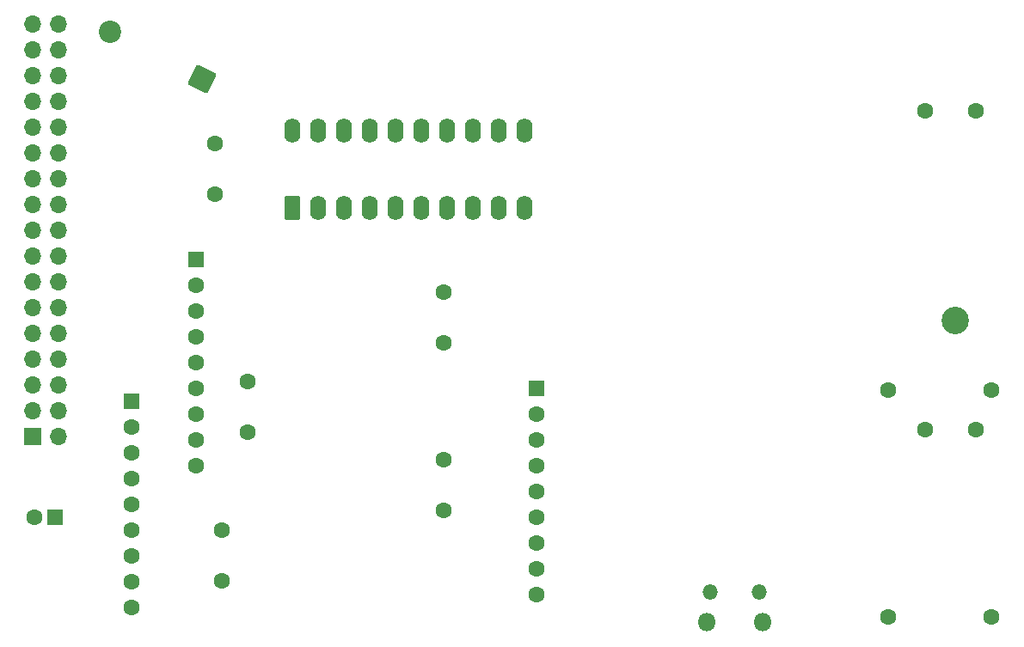
<source format=gbs>
G04 #@! TF.GenerationSoftware,KiCad,Pcbnew,9.0.3*
G04 #@! TF.CreationDate,2025-07-22T08:58:47+01:00*
G04 #@! TF.ProjectId,megaflash,6d656761-666c-4617-9368-2e6b69636164,rev?*
G04 #@! TF.SameCoordinates,Original*
G04 #@! TF.FileFunction,Soldermask,Bot*
G04 #@! TF.FilePolarity,Negative*
%FSLAX46Y46*%
G04 Gerber Fmt 4.6, Leading zero omitted, Abs format (unit mm)*
G04 Created by KiCad (PCBNEW 9.0.3) date 2025-07-22 08:58:47*
%MOMM*%
%LPD*%
G01*
G04 APERTURE LIST*
G04 Aperture macros list*
%AMRoundRect*
0 Rectangle with rounded corners*
0 $1 Rounding radius*
0 $2 $3 $4 $5 $6 $7 $8 $9 X,Y pos of 4 corners*
0 Add a 4 corners polygon primitive as box body*
4,1,4,$2,$3,$4,$5,$6,$7,$8,$9,$2,$3,0*
0 Add four circle primitives for the rounded corners*
1,1,$1+$1,$2,$3*
1,1,$1+$1,$4,$5*
1,1,$1+$1,$6,$7*
1,1,$1+$1,$8,$9*
0 Add four rect primitives between the rounded corners*
20,1,$1+$1,$2,$3,$4,$5,0*
20,1,$1+$1,$4,$5,$6,$7,0*
20,1,$1+$1,$6,$7,$8,$9,0*
20,1,$1+$1,$8,$9,$2,$3,0*%
G04 Aperture macros list end*
%ADD10RoundRect,0.250000X0.550000X0.550000X-0.550000X0.550000X-0.550000X-0.550000X0.550000X-0.550000X0*%
%ADD11C,1.600000*%
%ADD12RoundRect,0.249999X1.143249X0.371464X-0.371464X1.143249X-1.143249X-0.371464X0.371464X-1.143249X0*%
%ADD13C,2.200000*%
%ADD14RoundRect,0.250000X0.550000X-0.950000X0.550000X0.950000X-0.550000X0.950000X-0.550000X-0.950000X0*%
%ADD15O,1.600000X2.400000*%
%ADD16R,1.600000X1.600000*%
%ADD17O,1.800000X1.800000*%
%ADD18O,1.500000X1.500000*%
%ADD19R,1.700000X1.700000*%
%ADD20O,1.700000X1.700000*%
%ADD21C,2.700000*%
G04 APERTURE END LIST*
D10*
X73755000Y-101600000D03*
D11*
X71755000Y-101600000D03*
X165970000Y-89120000D03*
X155810000Y-89120000D03*
X165970000Y-111415000D03*
X155810000Y-111415000D03*
D12*
X88265000Y-58420000D03*
D13*
X79212374Y-53807457D03*
D14*
X97155000Y-71120000D03*
D15*
X99695000Y-71120000D03*
X102235000Y-71120000D03*
X104775000Y-71120000D03*
X107315000Y-71120000D03*
X109855000Y-71120000D03*
X112395000Y-71120000D03*
X114935000Y-71120000D03*
X117475000Y-71120000D03*
X120015000Y-71120000D03*
X120015000Y-63500000D03*
X117475000Y-63500000D03*
X114935000Y-63500000D03*
X112395000Y-63500000D03*
X109855000Y-63500000D03*
X107315000Y-63500000D03*
X104775000Y-63500000D03*
X102235000Y-63500000D03*
X99695000Y-63500000D03*
X97155000Y-63500000D03*
D11*
X92710000Y-88265000D03*
X92710000Y-93265000D03*
X90170000Y-102870000D03*
X90170000Y-107870000D03*
X159425000Y-92965000D03*
X164425000Y-92965000D03*
X159425000Y-61595000D03*
X164425000Y-61595000D03*
X112030000Y-95925000D03*
X112030000Y-100925000D03*
X112030000Y-79415000D03*
X112030000Y-84415000D03*
X89535000Y-64770000D03*
X89535000Y-69770000D03*
D16*
X121190000Y-88900000D03*
D11*
X121190000Y-91440000D03*
X121190000Y-93980000D03*
X121190000Y-96520000D03*
X121190000Y-99060000D03*
X121190000Y-101600000D03*
X121190000Y-104140000D03*
X121190000Y-106680000D03*
X121190000Y-109220000D03*
D16*
X87630000Y-76200000D03*
D11*
X87630000Y-78740000D03*
X87630000Y-81280000D03*
X87630000Y-83820000D03*
X87630000Y-86360000D03*
X87630000Y-88900000D03*
X87630000Y-91440000D03*
X87630000Y-93980000D03*
X87630000Y-96520000D03*
D16*
X81280000Y-90170000D03*
D11*
X81280000Y-92710000D03*
X81280000Y-95250000D03*
X81280000Y-97790000D03*
X81280000Y-100330000D03*
X81280000Y-102870000D03*
X81280000Y-105410000D03*
X81280000Y-107950000D03*
X81280000Y-110490000D03*
D17*
X143425000Y-112000000D03*
D18*
X143125000Y-108970000D03*
X138275000Y-108970000D03*
D17*
X137975000Y-112000000D03*
D19*
X71600000Y-93660000D03*
D20*
X74140000Y-93660000D03*
X71600000Y-91120000D03*
X74140000Y-91120000D03*
X71600000Y-88580000D03*
X74140000Y-88580000D03*
X71600000Y-86040000D03*
X74140000Y-86040000D03*
X71600000Y-83500000D03*
X74140000Y-83500000D03*
X71600000Y-80960000D03*
X74140000Y-80960000D03*
X71600000Y-78420000D03*
X74140000Y-78420000D03*
X71600000Y-75880000D03*
X74140000Y-75880000D03*
X71600000Y-73340000D03*
X74140000Y-73340000D03*
X71600000Y-70800000D03*
X74140000Y-70800000D03*
X71600000Y-68260000D03*
X74140000Y-68260000D03*
X71600000Y-65720000D03*
X74140000Y-65720000D03*
X71600000Y-63180000D03*
X74140000Y-63180000D03*
X71600000Y-60640000D03*
X74140000Y-60640000D03*
X71600000Y-58100000D03*
X74140000Y-58100000D03*
X71600000Y-55560000D03*
X74140000Y-55560000D03*
X71600000Y-53020000D03*
X74140000Y-53020000D03*
D21*
X162400000Y-82232500D03*
M02*

</source>
